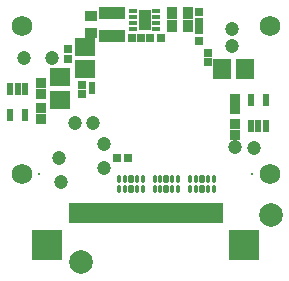
<source format=gts>
G04*
G04 #@! TF.GenerationSoftware,Altium Limited,Altium Designer,22.7.1 (60)*
G04*
G04 Layer_Color=8388736*
%FSLAX44Y44*%
%MOMM*%
G71*
G04*
G04 #@! TF.SameCoordinates,EBECC1DA-9DF7-4CB7-8F13-92ADA9210F9F*
G04*
G04*
G04 #@! TF.FilePolarity,Negative*
G04*
G01*
G75*
%ADD33R,0.5000X1.0000*%
%ADD34R,0.6400X0.4200*%
%ADD35R,1.0400X1.7400*%
%ADD36C,1.2032*%
%ADD37R,0.7532X0.6532*%
%ADD38R,0.9032X1.1032*%
%ADD39R,0.6532X0.7532*%
%ADD40R,2.2032X1.0032*%
%ADD41C,2.0000*%
%ADD42R,1.7032X1.5032*%
%ADD43R,1.5032X1.7032*%
G04:AMPARAMS|DCode=44|XSize=0.34mm|YSize=0.705mm|CornerRadius=0.12mm|HoleSize=0mm|Usage=FLASHONLY|Rotation=180.000|XOffset=0mm|YOffset=0mm|HoleType=Round|Shape=RoundedRectangle|*
%AMROUNDEDRECTD44*
21,1,0.3400,0.4650,0,0,180.0*
21,1,0.1000,0.7050,0,0,180.0*
1,1,0.2400,-0.0500,0.2325*
1,1,0.2400,0.0500,0.2325*
1,1,0.2400,0.0500,-0.2325*
1,1,0.2400,-0.0500,-0.2325*
%
%ADD44ROUNDEDRECTD44*%
G04:AMPARAMS|DCode=45|XSize=0.54mm|YSize=0.705mm|CornerRadius=0.12mm|HoleSize=0mm|Usage=FLASHONLY|Rotation=180.000|XOffset=0mm|YOffset=0mm|HoleType=Round|Shape=RoundedRectangle|*
%AMROUNDEDRECTD45*
21,1,0.5400,0.4650,0,0,180.0*
21,1,0.3000,0.7050,0,0,180.0*
1,1,0.2400,-0.1500,0.2325*
1,1,0.2400,0.1500,0.2325*
1,1,0.2400,0.1500,-0.2325*
1,1,0.2400,-0.1500,-0.2325*
%
%ADD45ROUNDEDRECTD45*%
%ADD46R,0.8232X0.8232*%
%ADD47R,1.1032X0.9032*%
%ADD48R,0.7232X0.7232*%
%ADD49R,0.7232X0.7232*%
%ADD50R,0.5232X0.5632*%
%ADD51R,0.5032X1.8032*%
%ADD52R,2.6032X2.6032*%
%ADD53R,2.6032X2.6032*%
%ADD54C,1.7272*%
%ADD55C,0.2032*%
%ADD56C,0.6096*%
D33*
X-115000Y50000D02*
D03*
Y72000D02*
D03*
X-102000Y50000D02*
D03*
Y72000D02*
D03*
X-108500D02*
D03*
X95500Y40500D02*
D03*
X89000D02*
D03*
Y62500D02*
D03*
X102000Y40500D02*
D03*
Y62500D02*
D03*
D34*
X-10500Y138000D02*
D03*
Y133000D02*
D03*
Y128000D02*
D03*
Y123000D02*
D03*
X8500Y138000D02*
D03*
Y133000D02*
D03*
Y128000D02*
D03*
Y123000D02*
D03*
D35*
X-1000Y130500D02*
D03*
D36*
X75950Y22578D02*
D03*
X91327Y22000D02*
D03*
X-45000Y43000D02*
D03*
X-103000Y98000D02*
D03*
X73000Y123000D02*
D03*
X-79000Y98000D02*
D03*
X73000Y108000D02*
D03*
X-60000Y43000D02*
D03*
X-35000Y25000D02*
D03*
Y5000D02*
D03*
X-73000Y13500D02*
D03*
X-72000Y-7000D02*
D03*
D37*
X45000Y112500D02*
D03*
Y121500D02*
D03*
Y137500D02*
D03*
Y128500D02*
D03*
D38*
X36000Y136000D02*
D03*
X22000D02*
D03*
X36000Y125000D02*
D03*
X22000D02*
D03*
D39*
X-24000Y13500D02*
D03*
X-15000D02*
D03*
X4000Y115000D02*
D03*
X13000D02*
D03*
D40*
X-28500Y116500D02*
D03*
Y136500D02*
D03*
D41*
X106000Y-35000D02*
D03*
X-55000Y-75000D02*
D03*
D42*
X-72500Y63000D02*
D03*
Y82000D02*
D03*
X-51000Y107500D02*
D03*
Y88500D02*
D03*
D43*
X84000Y89000D02*
D03*
X65000D02*
D03*
D44*
X-2500Y-13000D02*
D03*
X-7500D02*
D03*
X-17500D02*
D03*
X-22500D02*
D03*
Y-4650D02*
D03*
X-17500D02*
D03*
X-7500D02*
D03*
X-2500D02*
D03*
X27500Y-13000D02*
D03*
X22500D02*
D03*
X12500D02*
D03*
X7500D02*
D03*
Y-4650D02*
D03*
X12500D02*
D03*
X22500D02*
D03*
X27500D02*
D03*
X57500Y-13000D02*
D03*
X52500D02*
D03*
X42500D02*
D03*
X37500D02*
D03*
Y-4650D02*
D03*
X42500D02*
D03*
X52500D02*
D03*
X57500D02*
D03*
D45*
X-12500Y-13000D02*
D03*
Y-4650D02*
D03*
X17500Y-13000D02*
D03*
Y-4650D02*
D03*
X47500Y-13000D02*
D03*
Y-4650D02*
D03*
D46*
X-89000Y55500D02*
D03*
Y46500D02*
D03*
X-89000Y68000D02*
D03*
Y77000D02*
D03*
X75900Y54575D02*
D03*
Y63575D02*
D03*
X75950Y41850D02*
D03*
Y32850D02*
D03*
D47*
X-46500Y119500D02*
D03*
Y133500D02*
D03*
D48*
X-4000Y115000D02*
D03*
X-12000D02*
D03*
D49*
X-65500Y105500D02*
D03*
Y97500D02*
D03*
X53000Y102500D02*
D03*
Y94500D02*
D03*
X-53500Y67500D02*
D03*
Y75500D02*
D03*
D50*
X-45700Y75600D02*
D03*
Y70000D02*
D03*
D51*
X-52500Y-33510D02*
D03*
X-7500D02*
D03*
X-2500D02*
D03*
X7500D02*
D03*
X12500D02*
D03*
X-17500D02*
D03*
X37500D02*
D03*
X42500D02*
D03*
X52500D02*
D03*
X57500D02*
D03*
X22500D02*
D03*
X27500D02*
D03*
X2500D02*
D03*
X62500D02*
D03*
X47500D02*
D03*
X-62500D02*
D03*
X-57500D02*
D03*
X-47500D02*
D03*
X-42500D02*
D03*
X-37500D02*
D03*
X-32500D02*
D03*
X-27500D02*
D03*
X-22500D02*
D03*
X-12500D02*
D03*
X17500D02*
D03*
X32500D02*
D03*
D52*
X83500Y-60010D02*
D03*
D53*
X-83500D02*
D03*
D54*
X105000Y310D02*
D03*
X-105000D02*
D03*
X105000Y125310D02*
D03*
X-105000D02*
D03*
D55*
X-90000Y0D02*
D03*
X90000D02*
D03*
D56*
X-1000Y125500D02*
D03*
Y135500D02*
D03*
M02*

</source>
